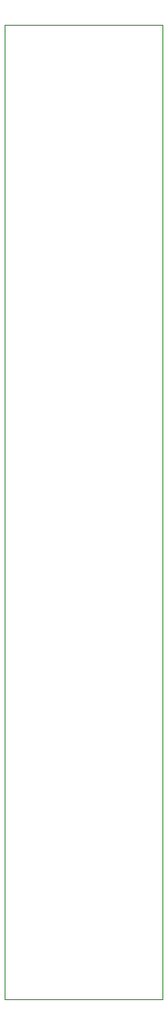
<source format=gbr>
%TF.GenerationSoftware,KiCad,Pcbnew,7.0.2*%
%TF.CreationDate,2025-05-12T08:16:43+01:00*%
%TF.ProjectId,PCB-POWER-DISTRO,5043422d-504f-4574-9552-2d4449535452,v0.0.2*%
%TF.SameCoordinates,Original*%
%TF.FileFunction,Profile,NP*%
%FSLAX46Y46*%
G04 Gerber Fmt 4.6, Leading zero omitted, Abs format (unit mm)*
G04 Created by KiCad (PCBNEW 7.0.2) date 2025-05-12 08:16:43*
%MOMM*%
%LPD*%
G01*
G04 APERTURE LIST*
%TA.AperFunction,Profile*%
%ADD10C,0.100000*%
%TD*%
G04 APERTURE END LIST*
D10*
X97805000Y-34129500D02*
X83252000Y-34129500D01*
X97805000Y-123940000D02*
X97805000Y-34129500D01*
X83252000Y-34130000D02*
X83252000Y-123940000D01*
X83252000Y-123940000D02*
X97803000Y-123940000D01*
M02*

</source>
